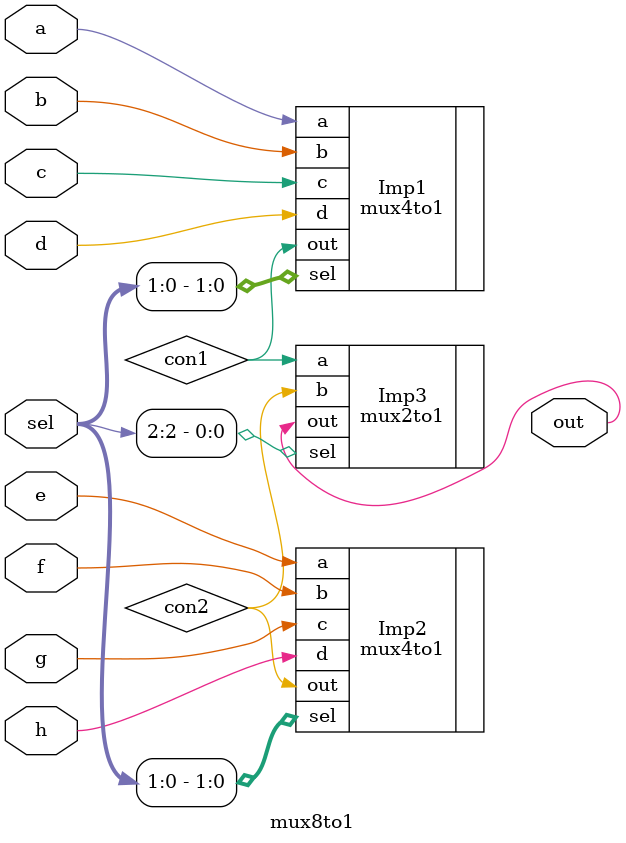
<source format=sv>

module mux8to1 (
	input logic a,
	input logic b,
	input logic c,
	input logic d,
	input logic e,
	input logic f,
	input logic g,
	input logic h,
	input logic [2:0] sel,
	output logic out
	);

	logic con1;
	logic con2;

	mux4to1 Imp1(
		.a (a),
		.b (b),
		.c (c),
		.d (d),
		.sel (sel[1:0]),
		.out (con1)
		);

	mux4to1 Imp2(
		.a (e),
		.b (f),
		.c (g),
		.d (h),
		.sel (sel[1:0]),
		.out (con2)
		);

	mux2to1 Imp3(
		.a (con1),
		.b (con2),
		.sel (sel[2]),
		.out(out)
	);
endmodule

</source>
